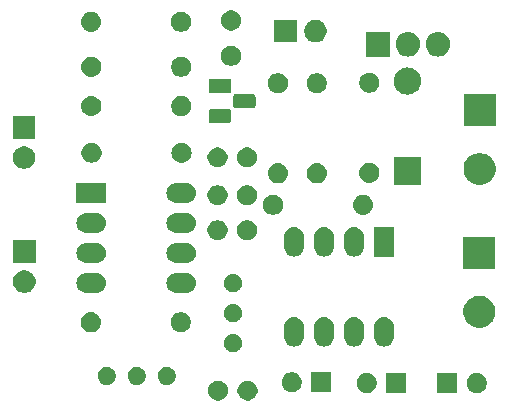
<source format=gbr>
G04 #@! TF.GenerationSoftware,KiCad,Pcbnew,(5.1.4)-1*
G04 #@! TF.CreationDate,2020-06-25T18:26:57+05:30*
G04 #@! TF.ProjectId,v1.0,76312e30-2e6b-4696-9361-645f70636258,rev?*
G04 #@! TF.SameCoordinates,Original*
G04 #@! TF.FileFunction,Soldermask,Bot*
G04 #@! TF.FilePolarity,Negative*
%FSLAX46Y46*%
G04 Gerber Fmt 4.6, Leading zero omitted, Abs format (unit mm)*
G04 Created by KiCad (PCBNEW (5.1.4)-1) date 2020-06-25 18:26:57*
%MOMM*%
%LPD*%
G04 APERTURE LIST*
%ADD10C,0.100000*%
G04 APERTURE END LIST*
D10*
G36*
X108058228Y-149741703D02*
G01*
X108213100Y-149805853D01*
X108352481Y-149898985D01*
X108471015Y-150017519D01*
X108564147Y-150156900D01*
X108628297Y-150311772D01*
X108661000Y-150476184D01*
X108661000Y-150643816D01*
X108628297Y-150808228D01*
X108564147Y-150963100D01*
X108471015Y-151102481D01*
X108352481Y-151221015D01*
X108213100Y-151314147D01*
X108058228Y-151378297D01*
X107893816Y-151411000D01*
X107726184Y-151411000D01*
X107561772Y-151378297D01*
X107406900Y-151314147D01*
X107267519Y-151221015D01*
X107148985Y-151102481D01*
X107055853Y-150963100D01*
X106991703Y-150808228D01*
X106959000Y-150643816D01*
X106959000Y-150476184D01*
X106991703Y-150311772D01*
X107055853Y-150156900D01*
X107148985Y-150017519D01*
X107267519Y-149898985D01*
X107406900Y-149805853D01*
X107561772Y-149741703D01*
X107726184Y-149709000D01*
X107893816Y-149709000D01*
X108058228Y-149741703D01*
X108058228Y-149741703D01*
G37*
G36*
X105558228Y-149741703D02*
G01*
X105713100Y-149805853D01*
X105852481Y-149898985D01*
X105971015Y-150017519D01*
X106064147Y-150156900D01*
X106128297Y-150311772D01*
X106161000Y-150476184D01*
X106161000Y-150643816D01*
X106128297Y-150808228D01*
X106064147Y-150963100D01*
X105971015Y-151102481D01*
X105852481Y-151221015D01*
X105713100Y-151314147D01*
X105558228Y-151378297D01*
X105393816Y-151411000D01*
X105226184Y-151411000D01*
X105061772Y-151378297D01*
X104906900Y-151314147D01*
X104767519Y-151221015D01*
X104648985Y-151102481D01*
X104555853Y-150963100D01*
X104491703Y-150808228D01*
X104459000Y-150643816D01*
X104459000Y-150476184D01*
X104491703Y-150311772D01*
X104555853Y-150156900D01*
X104648985Y-150017519D01*
X104767519Y-149898985D01*
X104906900Y-149805853D01*
X105061772Y-149741703D01*
X105226184Y-149709000D01*
X105393816Y-149709000D01*
X105558228Y-149741703D01*
X105558228Y-149741703D01*
G37*
G36*
X125565000Y-150781000D02*
G01*
X123863000Y-150781000D01*
X123863000Y-149079000D01*
X125565000Y-149079000D01*
X125565000Y-150781000D01*
X125565000Y-150781000D01*
G37*
G36*
X127462228Y-149111703D02*
G01*
X127617100Y-149175853D01*
X127756481Y-149268985D01*
X127875015Y-149387519D01*
X127968147Y-149526900D01*
X128032297Y-149681772D01*
X128065000Y-149846184D01*
X128065000Y-150013816D01*
X128032297Y-150178228D01*
X127968147Y-150333100D01*
X127875015Y-150472481D01*
X127756481Y-150591015D01*
X127617100Y-150684147D01*
X127462228Y-150748297D01*
X127297816Y-150781000D01*
X127130184Y-150781000D01*
X126965772Y-150748297D01*
X126810900Y-150684147D01*
X126671519Y-150591015D01*
X126552985Y-150472481D01*
X126459853Y-150333100D01*
X126395703Y-150178228D01*
X126363000Y-150013816D01*
X126363000Y-149846184D01*
X126395703Y-149681772D01*
X126459853Y-149526900D01*
X126552985Y-149387519D01*
X126671519Y-149268985D01*
X126810900Y-149175853D01*
X126965772Y-149111703D01*
X127130184Y-149079000D01*
X127297816Y-149079000D01*
X127462228Y-149111703D01*
X127462228Y-149111703D01*
G37*
G36*
X118144228Y-149101703D02*
G01*
X118299100Y-149165853D01*
X118438481Y-149258985D01*
X118557015Y-149377519D01*
X118650147Y-149516900D01*
X118714297Y-149671772D01*
X118747000Y-149836184D01*
X118747000Y-150003816D01*
X118714297Y-150168228D01*
X118650147Y-150323100D01*
X118557015Y-150462481D01*
X118438481Y-150581015D01*
X118299100Y-150674147D01*
X118144228Y-150738297D01*
X117979816Y-150771000D01*
X117812184Y-150771000D01*
X117647772Y-150738297D01*
X117492900Y-150674147D01*
X117353519Y-150581015D01*
X117234985Y-150462481D01*
X117141853Y-150323100D01*
X117077703Y-150168228D01*
X117045000Y-150003816D01*
X117045000Y-149836184D01*
X117077703Y-149671772D01*
X117141853Y-149516900D01*
X117234985Y-149377519D01*
X117353519Y-149258985D01*
X117492900Y-149165853D01*
X117647772Y-149101703D01*
X117812184Y-149069000D01*
X117979816Y-149069000D01*
X118144228Y-149101703D01*
X118144228Y-149101703D01*
G37*
G36*
X121247000Y-150771000D02*
G01*
X119545000Y-150771000D01*
X119545000Y-149069000D01*
X121247000Y-149069000D01*
X121247000Y-150771000D01*
X121247000Y-150771000D01*
G37*
G36*
X111794228Y-149041703D02*
G01*
X111949100Y-149105853D01*
X112088481Y-149198985D01*
X112207015Y-149317519D01*
X112300147Y-149456900D01*
X112364297Y-149611772D01*
X112397000Y-149776184D01*
X112397000Y-149943816D01*
X112364297Y-150108228D01*
X112300147Y-150263100D01*
X112207015Y-150402481D01*
X112088481Y-150521015D01*
X111949100Y-150614147D01*
X111794228Y-150678297D01*
X111629816Y-150711000D01*
X111462184Y-150711000D01*
X111297772Y-150678297D01*
X111142900Y-150614147D01*
X111003519Y-150521015D01*
X110884985Y-150402481D01*
X110791853Y-150263100D01*
X110727703Y-150108228D01*
X110695000Y-149943816D01*
X110695000Y-149776184D01*
X110727703Y-149611772D01*
X110791853Y-149456900D01*
X110884985Y-149317519D01*
X111003519Y-149198985D01*
X111142900Y-149105853D01*
X111297772Y-149041703D01*
X111462184Y-149009000D01*
X111629816Y-149009000D01*
X111794228Y-149041703D01*
X111794228Y-149041703D01*
G37*
G36*
X114897000Y-150711000D02*
G01*
X113195000Y-150711000D01*
X113195000Y-149009000D01*
X114897000Y-149009000D01*
X114897000Y-150711000D01*
X114897000Y-150711000D01*
G37*
G36*
X101085589Y-148548876D02*
G01*
X101184893Y-148568629D01*
X101325206Y-148626748D01*
X101451484Y-148711125D01*
X101558875Y-148818516D01*
X101643252Y-148944794D01*
X101701371Y-149085107D01*
X101717432Y-149165852D01*
X101731000Y-149234062D01*
X101731000Y-149385938D01*
X101730685Y-149387520D01*
X101701371Y-149534893D01*
X101643252Y-149675206D01*
X101558875Y-149801484D01*
X101451484Y-149908875D01*
X101325206Y-149993252D01*
X101184893Y-150051371D01*
X101085589Y-150071124D01*
X101035938Y-150081000D01*
X100884062Y-150081000D01*
X100834411Y-150071124D01*
X100735107Y-150051371D01*
X100594794Y-149993252D01*
X100468516Y-149908875D01*
X100361125Y-149801484D01*
X100276748Y-149675206D01*
X100218629Y-149534893D01*
X100189315Y-149387520D01*
X100189000Y-149385938D01*
X100189000Y-149234062D01*
X100202568Y-149165852D01*
X100218629Y-149085107D01*
X100276748Y-148944794D01*
X100361125Y-148818516D01*
X100468516Y-148711125D01*
X100594794Y-148626748D01*
X100735107Y-148568629D01*
X100834411Y-148548876D01*
X100884062Y-148539000D01*
X101035938Y-148539000D01*
X101085589Y-148548876D01*
X101085589Y-148548876D01*
G37*
G36*
X96005589Y-148548876D02*
G01*
X96104893Y-148568629D01*
X96245206Y-148626748D01*
X96371484Y-148711125D01*
X96478875Y-148818516D01*
X96563252Y-148944794D01*
X96621371Y-149085107D01*
X96637432Y-149165852D01*
X96651000Y-149234062D01*
X96651000Y-149385938D01*
X96650685Y-149387520D01*
X96621371Y-149534893D01*
X96563252Y-149675206D01*
X96478875Y-149801484D01*
X96371484Y-149908875D01*
X96245206Y-149993252D01*
X96104893Y-150051371D01*
X96005589Y-150071124D01*
X95955938Y-150081000D01*
X95804062Y-150081000D01*
X95754411Y-150071124D01*
X95655107Y-150051371D01*
X95514794Y-149993252D01*
X95388516Y-149908875D01*
X95281125Y-149801484D01*
X95196748Y-149675206D01*
X95138629Y-149534893D01*
X95109315Y-149387520D01*
X95109000Y-149385938D01*
X95109000Y-149234062D01*
X95122568Y-149165852D01*
X95138629Y-149085107D01*
X95196748Y-148944794D01*
X95281125Y-148818516D01*
X95388516Y-148711125D01*
X95514794Y-148626748D01*
X95655107Y-148568629D01*
X95754411Y-148548876D01*
X95804062Y-148539000D01*
X95955938Y-148539000D01*
X96005589Y-148548876D01*
X96005589Y-148548876D01*
G37*
G36*
X98545589Y-148548876D02*
G01*
X98644893Y-148568629D01*
X98785206Y-148626748D01*
X98911484Y-148711125D01*
X99018875Y-148818516D01*
X99103252Y-148944794D01*
X99161371Y-149085107D01*
X99177432Y-149165852D01*
X99191000Y-149234062D01*
X99191000Y-149385938D01*
X99190685Y-149387520D01*
X99161371Y-149534893D01*
X99103252Y-149675206D01*
X99018875Y-149801484D01*
X98911484Y-149908875D01*
X98785206Y-149993252D01*
X98644893Y-150051371D01*
X98545589Y-150071124D01*
X98495938Y-150081000D01*
X98344062Y-150081000D01*
X98294411Y-150071124D01*
X98195107Y-150051371D01*
X98054794Y-149993252D01*
X97928516Y-149908875D01*
X97821125Y-149801484D01*
X97736748Y-149675206D01*
X97678629Y-149534893D01*
X97649315Y-149387520D01*
X97649000Y-149385938D01*
X97649000Y-149234062D01*
X97662568Y-149165852D01*
X97678629Y-149085107D01*
X97736748Y-148944794D01*
X97821125Y-148818516D01*
X97928516Y-148711125D01*
X98054794Y-148626748D01*
X98195107Y-148568629D01*
X98294411Y-148548876D01*
X98344062Y-148539000D01*
X98495938Y-148539000D01*
X98545589Y-148548876D01*
X98545589Y-148548876D01*
G37*
G36*
X106705589Y-145758876D02*
G01*
X106804893Y-145778629D01*
X106945206Y-145836748D01*
X107071484Y-145921125D01*
X107178875Y-146028516D01*
X107263252Y-146154794D01*
X107321371Y-146295107D01*
X107351000Y-146444063D01*
X107351000Y-146595937D01*
X107321371Y-146744893D01*
X107263252Y-146885206D01*
X107178875Y-147011484D01*
X107071484Y-147118875D01*
X106945206Y-147203252D01*
X106804893Y-147261371D01*
X106705589Y-147281124D01*
X106655938Y-147291000D01*
X106504062Y-147291000D01*
X106454411Y-147281124D01*
X106355107Y-147261371D01*
X106214794Y-147203252D01*
X106088516Y-147118875D01*
X105981125Y-147011484D01*
X105896748Y-146885206D01*
X105838629Y-146744893D01*
X105809000Y-146595937D01*
X105809000Y-146444063D01*
X105838629Y-146295107D01*
X105896748Y-146154794D01*
X105981125Y-146028516D01*
X106088516Y-145921125D01*
X106214794Y-145836748D01*
X106355107Y-145778629D01*
X106454411Y-145758876D01*
X106504062Y-145749000D01*
X106655938Y-145749000D01*
X106705589Y-145758876D01*
X106705589Y-145758876D01*
G37*
G36*
X111906823Y-144341313D02*
G01*
X112067242Y-144389976D01*
X112199906Y-144460886D01*
X112215078Y-144468996D01*
X112344659Y-144575341D01*
X112451004Y-144704922D01*
X112451005Y-144704924D01*
X112530024Y-144852758D01*
X112578687Y-145013178D01*
X112591000Y-145138197D01*
X112591000Y-146021804D01*
X112578687Y-146146823D01*
X112530024Y-146307242D01*
X112459114Y-146439906D01*
X112451004Y-146455078D01*
X112344659Y-146584659D01*
X112215077Y-146691005D01*
X112067241Y-146770024D01*
X111906822Y-146818687D01*
X111740000Y-146835117D01*
X111573177Y-146818687D01*
X111412758Y-146770024D01*
X111264924Y-146691005D01*
X111264922Y-146691004D01*
X111135341Y-146584659D01*
X111028995Y-146455077D01*
X110949976Y-146307241D01*
X110901313Y-146146822D01*
X110889000Y-146021803D01*
X110889000Y-145138197D01*
X110901314Y-145013177D01*
X110949977Y-144852758D01*
X111028996Y-144704924D01*
X111028997Y-144704922D01*
X111135342Y-144575341D01*
X111264923Y-144468996D01*
X111280095Y-144460886D01*
X111412759Y-144389976D01*
X111573178Y-144341313D01*
X111740000Y-144324883D01*
X111906823Y-144341313D01*
X111906823Y-144341313D01*
G37*
G36*
X114446823Y-144341313D02*
G01*
X114607242Y-144389976D01*
X114739906Y-144460886D01*
X114755078Y-144468996D01*
X114884659Y-144575341D01*
X114991004Y-144704922D01*
X114991005Y-144704924D01*
X115070024Y-144852758D01*
X115118687Y-145013178D01*
X115131000Y-145138197D01*
X115131000Y-146021804D01*
X115118687Y-146146823D01*
X115070024Y-146307242D01*
X114999114Y-146439906D01*
X114991004Y-146455078D01*
X114884659Y-146584659D01*
X114755077Y-146691005D01*
X114607241Y-146770024D01*
X114446822Y-146818687D01*
X114280000Y-146835117D01*
X114113177Y-146818687D01*
X113952758Y-146770024D01*
X113804924Y-146691005D01*
X113804922Y-146691004D01*
X113675341Y-146584659D01*
X113568995Y-146455077D01*
X113489976Y-146307241D01*
X113441313Y-146146822D01*
X113429000Y-146021803D01*
X113429000Y-145138197D01*
X113441314Y-145013177D01*
X113489977Y-144852758D01*
X113568996Y-144704924D01*
X113568997Y-144704922D01*
X113675342Y-144575341D01*
X113804923Y-144468996D01*
X113820095Y-144460886D01*
X113952759Y-144389976D01*
X114113178Y-144341313D01*
X114280000Y-144324883D01*
X114446823Y-144341313D01*
X114446823Y-144341313D01*
G37*
G36*
X116986823Y-144341313D02*
G01*
X117147242Y-144389976D01*
X117279906Y-144460886D01*
X117295078Y-144468996D01*
X117424659Y-144575341D01*
X117531004Y-144704922D01*
X117531005Y-144704924D01*
X117610024Y-144852758D01*
X117658687Y-145013178D01*
X117671000Y-145138197D01*
X117671000Y-146021804D01*
X117658687Y-146146823D01*
X117610024Y-146307242D01*
X117539114Y-146439906D01*
X117531004Y-146455078D01*
X117424659Y-146584659D01*
X117295077Y-146691005D01*
X117147241Y-146770024D01*
X116986822Y-146818687D01*
X116820000Y-146835117D01*
X116653177Y-146818687D01*
X116492758Y-146770024D01*
X116344924Y-146691005D01*
X116344922Y-146691004D01*
X116215341Y-146584659D01*
X116108995Y-146455077D01*
X116029976Y-146307241D01*
X115981313Y-146146822D01*
X115969000Y-146021803D01*
X115969000Y-145138197D01*
X115981314Y-145013177D01*
X116029977Y-144852758D01*
X116108996Y-144704924D01*
X116108997Y-144704922D01*
X116215342Y-144575341D01*
X116344923Y-144468996D01*
X116360095Y-144460886D01*
X116492759Y-144389976D01*
X116653178Y-144341313D01*
X116820000Y-144324883D01*
X116986823Y-144341313D01*
X116986823Y-144341313D01*
G37*
G36*
X119526823Y-144341313D02*
G01*
X119687242Y-144389976D01*
X119819906Y-144460886D01*
X119835078Y-144468996D01*
X119964659Y-144575341D01*
X120071004Y-144704922D01*
X120071005Y-144704924D01*
X120150024Y-144852758D01*
X120198687Y-145013178D01*
X120211000Y-145138197D01*
X120211000Y-146021804D01*
X120198687Y-146146823D01*
X120150024Y-146307242D01*
X120079114Y-146439906D01*
X120071004Y-146455078D01*
X119964659Y-146584659D01*
X119835077Y-146691005D01*
X119687241Y-146770024D01*
X119526822Y-146818687D01*
X119360000Y-146835117D01*
X119193177Y-146818687D01*
X119032758Y-146770024D01*
X118884924Y-146691005D01*
X118884922Y-146691004D01*
X118755341Y-146584659D01*
X118648995Y-146455077D01*
X118569976Y-146307241D01*
X118521313Y-146146822D01*
X118509000Y-146021803D01*
X118509000Y-145138197D01*
X118521314Y-145013177D01*
X118569977Y-144852758D01*
X118648996Y-144704924D01*
X118648997Y-144704922D01*
X118755342Y-144575341D01*
X118884923Y-144468996D01*
X118900095Y-144460886D01*
X119032759Y-144389976D01*
X119193178Y-144341313D01*
X119360000Y-144324883D01*
X119526823Y-144341313D01*
X119526823Y-144341313D01*
G37*
G36*
X102398228Y-143951703D02*
G01*
X102553100Y-144015853D01*
X102692481Y-144108985D01*
X102811015Y-144227519D01*
X102904147Y-144366900D01*
X102968297Y-144521772D01*
X103001000Y-144686184D01*
X103001000Y-144853816D01*
X102968297Y-145018228D01*
X102904147Y-145173100D01*
X102811015Y-145312481D01*
X102692481Y-145431015D01*
X102553100Y-145524147D01*
X102398228Y-145588297D01*
X102233816Y-145621000D01*
X102066184Y-145621000D01*
X101901772Y-145588297D01*
X101746900Y-145524147D01*
X101607519Y-145431015D01*
X101488985Y-145312481D01*
X101395853Y-145173100D01*
X101331703Y-145018228D01*
X101299000Y-144853816D01*
X101299000Y-144686184D01*
X101331703Y-144521772D01*
X101395853Y-144366900D01*
X101488985Y-144227519D01*
X101607519Y-144108985D01*
X101746900Y-144015853D01*
X101901772Y-143951703D01*
X102066184Y-143919000D01*
X102233816Y-143919000D01*
X102398228Y-143951703D01*
X102398228Y-143951703D01*
G37*
G36*
X94696823Y-143931313D02*
G01*
X94857242Y-143979976D01*
X94924361Y-144015852D01*
X95005078Y-144058996D01*
X95134659Y-144165341D01*
X95241004Y-144294922D01*
X95241005Y-144294924D01*
X95320024Y-144442758D01*
X95368687Y-144603177D01*
X95385117Y-144770000D01*
X95368687Y-144936823D01*
X95329083Y-145067380D01*
X95323058Y-145087242D01*
X95320024Y-145097242D01*
X95279477Y-145173100D01*
X95241004Y-145245078D01*
X95134659Y-145374659D01*
X95005078Y-145481004D01*
X95005076Y-145481005D01*
X94857242Y-145560024D01*
X94696823Y-145608687D01*
X94571804Y-145621000D01*
X94488196Y-145621000D01*
X94363177Y-145608687D01*
X94202758Y-145560024D01*
X94054924Y-145481005D01*
X94054922Y-145481004D01*
X93925341Y-145374659D01*
X93818996Y-145245078D01*
X93780523Y-145173100D01*
X93739976Y-145097242D01*
X93736943Y-145087242D01*
X93730917Y-145067380D01*
X93691313Y-144936823D01*
X93674883Y-144770000D01*
X93691313Y-144603177D01*
X93739976Y-144442758D01*
X93818995Y-144294924D01*
X93818996Y-144294922D01*
X93925341Y-144165341D01*
X94054922Y-144058996D01*
X94135639Y-144015852D01*
X94202758Y-143979976D01*
X94363177Y-143931313D01*
X94488196Y-143919000D01*
X94571804Y-143919000D01*
X94696823Y-143931313D01*
X94696823Y-143931313D01*
G37*
G36*
X127824072Y-142590918D02*
G01*
X128069939Y-142692759D01*
X128291212Y-142840610D01*
X128479390Y-143028788D01*
X128599805Y-143209000D01*
X128627242Y-143250063D01*
X128729082Y-143495928D01*
X128781000Y-143756937D01*
X128781000Y-144023063D01*
X128729082Y-144284072D01*
X128663353Y-144442758D01*
X128627241Y-144529939D01*
X128552813Y-144641328D01*
X128499330Y-144721371D01*
X128479390Y-144751212D01*
X128291212Y-144939390D01*
X128069939Y-145087241D01*
X128069938Y-145087242D01*
X128069937Y-145087242D01*
X127824072Y-145189082D01*
X127563063Y-145241000D01*
X127296937Y-145241000D01*
X127035928Y-145189082D01*
X126790063Y-145087242D01*
X126790062Y-145087242D01*
X126790061Y-145087241D01*
X126568788Y-144939390D01*
X126380610Y-144751212D01*
X126360671Y-144721371D01*
X126307187Y-144641328D01*
X126232759Y-144529939D01*
X126196648Y-144442758D01*
X126130918Y-144284072D01*
X126079000Y-144023063D01*
X126079000Y-143756937D01*
X126130918Y-143495928D01*
X126232758Y-143250063D01*
X126260196Y-143209000D01*
X126380610Y-143028788D01*
X126568788Y-142840610D01*
X126790061Y-142692759D01*
X127035928Y-142590918D01*
X127296937Y-142539000D01*
X127563063Y-142539000D01*
X127824072Y-142590918D01*
X127824072Y-142590918D01*
G37*
G36*
X106705589Y-143218876D02*
G01*
X106804893Y-143238629D01*
X106945206Y-143296748D01*
X107071484Y-143381125D01*
X107178875Y-143488516D01*
X107263252Y-143614794D01*
X107321371Y-143755107D01*
X107351000Y-143904063D01*
X107351000Y-144055937D01*
X107321371Y-144204893D01*
X107263252Y-144345206D01*
X107178875Y-144471484D01*
X107071484Y-144578875D01*
X106945206Y-144663252D01*
X106804893Y-144721371D01*
X106705589Y-144741124D01*
X106655938Y-144751000D01*
X106504062Y-144751000D01*
X106454411Y-144741124D01*
X106355107Y-144721371D01*
X106214794Y-144663252D01*
X106088516Y-144578875D01*
X105981125Y-144471484D01*
X105896748Y-144345206D01*
X105838629Y-144204893D01*
X105809000Y-144055937D01*
X105809000Y-143904063D01*
X105838629Y-143755107D01*
X105896748Y-143614794D01*
X105981125Y-143488516D01*
X106088516Y-143381125D01*
X106214794Y-143296748D01*
X106355107Y-143238629D01*
X106454411Y-143218876D01*
X106504062Y-143209000D01*
X106655938Y-143209000D01*
X106705589Y-143218876D01*
X106705589Y-143218876D01*
G37*
G36*
X95146823Y-140611313D02*
G01*
X95307242Y-140659976D01*
X95426598Y-140723773D01*
X95455078Y-140738996D01*
X95584659Y-140845341D01*
X95691004Y-140974922D01*
X95691005Y-140974924D01*
X95770024Y-141122758D01*
X95818687Y-141283177D01*
X95835117Y-141450000D01*
X95818687Y-141616823D01*
X95770024Y-141777242D01*
X95699114Y-141909906D01*
X95691004Y-141925078D01*
X95584659Y-142054659D01*
X95455078Y-142161004D01*
X95455076Y-142161005D01*
X95307242Y-142240024D01*
X95307239Y-142240025D01*
X95277380Y-142249083D01*
X95146823Y-142288687D01*
X95021804Y-142301000D01*
X94138196Y-142301000D01*
X94013177Y-142288687D01*
X93882620Y-142249083D01*
X93852761Y-142240025D01*
X93852758Y-142240024D01*
X93704924Y-142161005D01*
X93704922Y-142161004D01*
X93575341Y-142054659D01*
X93468996Y-141925078D01*
X93460886Y-141909906D01*
X93389976Y-141777242D01*
X93341313Y-141616823D01*
X93324883Y-141450000D01*
X93341313Y-141283177D01*
X93389976Y-141122758D01*
X93468995Y-140974924D01*
X93468996Y-140974922D01*
X93575341Y-140845341D01*
X93704922Y-140738996D01*
X93733402Y-140723773D01*
X93852758Y-140659976D01*
X94013177Y-140611313D01*
X94138196Y-140599000D01*
X95021804Y-140599000D01*
X95146823Y-140611313D01*
X95146823Y-140611313D01*
G37*
G36*
X102766823Y-140611313D02*
G01*
X102927242Y-140659976D01*
X103046598Y-140723773D01*
X103075078Y-140738996D01*
X103204659Y-140845341D01*
X103311004Y-140974922D01*
X103311005Y-140974924D01*
X103390024Y-141122758D01*
X103438687Y-141283177D01*
X103455117Y-141450000D01*
X103438687Y-141616823D01*
X103390024Y-141777242D01*
X103319114Y-141909906D01*
X103311004Y-141925078D01*
X103204659Y-142054659D01*
X103075078Y-142161004D01*
X103075076Y-142161005D01*
X102927242Y-142240024D01*
X102927239Y-142240025D01*
X102897380Y-142249083D01*
X102766823Y-142288687D01*
X102641804Y-142301000D01*
X101758196Y-142301000D01*
X101633177Y-142288687D01*
X101502620Y-142249083D01*
X101472761Y-142240025D01*
X101472758Y-142240024D01*
X101324924Y-142161005D01*
X101324922Y-142161004D01*
X101195341Y-142054659D01*
X101088996Y-141925078D01*
X101080886Y-141909906D01*
X101009976Y-141777242D01*
X100961313Y-141616823D01*
X100944883Y-141450000D01*
X100961313Y-141283177D01*
X101009976Y-141122758D01*
X101088995Y-140974924D01*
X101088996Y-140974922D01*
X101195341Y-140845341D01*
X101324922Y-140738996D01*
X101353402Y-140723773D01*
X101472758Y-140659976D01*
X101633177Y-140611313D01*
X101758196Y-140599000D01*
X102641804Y-140599000D01*
X102766823Y-140611313D01*
X102766823Y-140611313D01*
G37*
G36*
X89187395Y-140415546D02*
G01*
X89360466Y-140487234D01*
X89360467Y-140487235D01*
X89516227Y-140591310D01*
X89648690Y-140723773D01*
X89670723Y-140756748D01*
X89752766Y-140879534D01*
X89824454Y-141052605D01*
X89861000Y-141236333D01*
X89861000Y-141423667D01*
X89824454Y-141607395D01*
X89752766Y-141780466D01*
X89736235Y-141805206D01*
X89648690Y-141936227D01*
X89516227Y-142068690D01*
X89437818Y-142121081D01*
X89360466Y-142172766D01*
X89187395Y-142244454D01*
X89003667Y-142281000D01*
X88816333Y-142281000D01*
X88632605Y-142244454D01*
X88459534Y-142172766D01*
X88382182Y-142121081D01*
X88303773Y-142068690D01*
X88171310Y-141936227D01*
X88083765Y-141805206D01*
X88067234Y-141780466D01*
X87995546Y-141607395D01*
X87959000Y-141423667D01*
X87959000Y-141236333D01*
X87995546Y-141052605D01*
X88067234Y-140879534D01*
X88149277Y-140756748D01*
X88171310Y-140723773D01*
X88303773Y-140591310D01*
X88459533Y-140487235D01*
X88459534Y-140487234D01*
X88632605Y-140415546D01*
X88816333Y-140379000D01*
X89003667Y-140379000D01*
X89187395Y-140415546D01*
X89187395Y-140415546D01*
G37*
G36*
X106705589Y-140678876D02*
G01*
X106804893Y-140698629D01*
X106945206Y-140756748D01*
X107071484Y-140841125D01*
X107178875Y-140948516D01*
X107263252Y-141074794D01*
X107321371Y-141215107D01*
X107351000Y-141364063D01*
X107351000Y-141515937D01*
X107321371Y-141664893D01*
X107263252Y-141805206D01*
X107178875Y-141931484D01*
X107071484Y-142038875D01*
X106945206Y-142123252D01*
X106804893Y-142181371D01*
X106705589Y-142201124D01*
X106655938Y-142211000D01*
X106504062Y-142211000D01*
X106454411Y-142201124D01*
X106355107Y-142181371D01*
X106214794Y-142123252D01*
X106088516Y-142038875D01*
X105981125Y-141931484D01*
X105896748Y-141805206D01*
X105838629Y-141664893D01*
X105809000Y-141515937D01*
X105809000Y-141364063D01*
X105838629Y-141215107D01*
X105896748Y-141074794D01*
X105981125Y-140948516D01*
X106088516Y-140841125D01*
X106214794Y-140756748D01*
X106355107Y-140698629D01*
X106454411Y-140678876D01*
X106504062Y-140669000D01*
X106655938Y-140669000D01*
X106705589Y-140678876D01*
X106705589Y-140678876D01*
G37*
G36*
X128781000Y-140241000D02*
G01*
X126079000Y-140241000D01*
X126079000Y-137539000D01*
X128781000Y-137539000D01*
X128781000Y-140241000D01*
X128781000Y-140241000D01*
G37*
G36*
X102766823Y-138071313D02*
G01*
X102927242Y-138119976D01*
X103059906Y-138190886D01*
X103075078Y-138198996D01*
X103204659Y-138305341D01*
X103311004Y-138434922D01*
X103311005Y-138434924D01*
X103390024Y-138582758D01*
X103438687Y-138743177D01*
X103455117Y-138910000D01*
X103438687Y-139076823D01*
X103416481Y-139150025D01*
X103397985Y-139211000D01*
X103390024Y-139237242D01*
X103319114Y-139369906D01*
X103311004Y-139385078D01*
X103204659Y-139514659D01*
X103075078Y-139621004D01*
X103075076Y-139621005D01*
X102927242Y-139700024D01*
X102766823Y-139748687D01*
X102641804Y-139761000D01*
X101758196Y-139761000D01*
X101633177Y-139748687D01*
X101472758Y-139700024D01*
X101324924Y-139621005D01*
X101324922Y-139621004D01*
X101195341Y-139514659D01*
X101088996Y-139385078D01*
X101080886Y-139369906D01*
X101009976Y-139237242D01*
X101002016Y-139211000D01*
X100983519Y-139150025D01*
X100961313Y-139076823D01*
X100944883Y-138910000D01*
X100961313Y-138743177D01*
X101009976Y-138582758D01*
X101088995Y-138434924D01*
X101088996Y-138434922D01*
X101195341Y-138305341D01*
X101324922Y-138198996D01*
X101340094Y-138190886D01*
X101472758Y-138119976D01*
X101633177Y-138071313D01*
X101758196Y-138059000D01*
X102641804Y-138059000D01*
X102766823Y-138071313D01*
X102766823Y-138071313D01*
G37*
G36*
X95146823Y-138071313D02*
G01*
X95307242Y-138119976D01*
X95439906Y-138190886D01*
X95455078Y-138198996D01*
X95584659Y-138305341D01*
X95691004Y-138434922D01*
X95691005Y-138434924D01*
X95770024Y-138582758D01*
X95818687Y-138743177D01*
X95835117Y-138910000D01*
X95818687Y-139076823D01*
X95796481Y-139150025D01*
X95777985Y-139211000D01*
X95770024Y-139237242D01*
X95699114Y-139369906D01*
X95691004Y-139385078D01*
X95584659Y-139514659D01*
X95455078Y-139621004D01*
X95455076Y-139621005D01*
X95307242Y-139700024D01*
X95146823Y-139748687D01*
X95021804Y-139761000D01*
X94138196Y-139761000D01*
X94013177Y-139748687D01*
X93852758Y-139700024D01*
X93704924Y-139621005D01*
X93704922Y-139621004D01*
X93575341Y-139514659D01*
X93468996Y-139385078D01*
X93460886Y-139369906D01*
X93389976Y-139237242D01*
X93382016Y-139211000D01*
X93363519Y-139150025D01*
X93341313Y-139076823D01*
X93324883Y-138910000D01*
X93341313Y-138743177D01*
X93389976Y-138582758D01*
X93468995Y-138434924D01*
X93468996Y-138434922D01*
X93575341Y-138305341D01*
X93704922Y-138198996D01*
X93720094Y-138190886D01*
X93852758Y-138119976D01*
X94013177Y-138071313D01*
X94138196Y-138059000D01*
X95021804Y-138059000D01*
X95146823Y-138071313D01*
X95146823Y-138071313D01*
G37*
G36*
X89861000Y-139741000D02*
G01*
X87959000Y-139741000D01*
X87959000Y-137839000D01*
X89861000Y-137839000D01*
X89861000Y-139741000D01*
X89861000Y-139741000D01*
G37*
G36*
X114446823Y-136721313D02*
G01*
X114607242Y-136769976D01*
X114739906Y-136840886D01*
X114755078Y-136848996D01*
X114884659Y-136955341D01*
X114991004Y-137084922D01*
X114991005Y-137084924D01*
X115070024Y-137232758D01*
X115118687Y-137393178D01*
X115131000Y-137518197D01*
X115131000Y-138401804D01*
X115118687Y-138526823D01*
X115070024Y-138687242D01*
X115040127Y-138743175D01*
X114991004Y-138835078D01*
X114884659Y-138964659D01*
X114755077Y-139071005D01*
X114607241Y-139150024D01*
X114446822Y-139198687D01*
X114280000Y-139215117D01*
X114113177Y-139198687D01*
X113952758Y-139150024D01*
X113804924Y-139071005D01*
X113804922Y-139071004D01*
X113675341Y-138964659D01*
X113568995Y-138835077D01*
X113489976Y-138687241D01*
X113441313Y-138526822D01*
X113429000Y-138401803D01*
X113429000Y-137518197D01*
X113441314Y-137393177D01*
X113489977Y-137232758D01*
X113568996Y-137084924D01*
X113568997Y-137084922D01*
X113675342Y-136955341D01*
X113804923Y-136848996D01*
X113820095Y-136840886D01*
X113952759Y-136769976D01*
X114113178Y-136721313D01*
X114280000Y-136704883D01*
X114446823Y-136721313D01*
X114446823Y-136721313D01*
G37*
G36*
X116986823Y-136721313D02*
G01*
X117147242Y-136769976D01*
X117279906Y-136840886D01*
X117295078Y-136848996D01*
X117424659Y-136955341D01*
X117531004Y-137084922D01*
X117531005Y-137084924D01*
X117610024Y-137232758D01*
X117658687Y-137393178D01*
X117671000Y-137518197D01*
X117671000Y-138401804D01*
X117658687Y-138526823D01*
X117610024Y-138687242D01*
X117580127Y-138743175D01*
X117531004Y-138835078D01*
X117424659Y-138964659D01*
X117295077Y-139071005D01*
X117147241Y-139150024D01*
X116986822Y-139198687D01*
X116820000Y-139215117D01*
X116653177Y-139198687D01*
X116492758Y-139150024D01*
X116344924Y-139071005D01*
X116344922Y-139071004D01*
X116215341Y-138964659D01*
X116108995Y-138835077D01*
X116029976Y-138687241D01*
X115981313Y-138526822D01*
X115969000Y-138401803D01*
X115969000Y-137518197D01*
X115981314Y-137393177D01*
X116029977Y-137232758D01*
X116108996Y-137084924D01*
X116108997Y-137084922D01*
X116215342Y-136955341D01*
X116344923Y-136848996D01*
X116360095Y-136840886D01*
X116492759Y-136769976D01*
X116653178Y-136721313D01*
X116820000Y-136704883D01*
X116986823Y-136721313D01*
X116986823Y-136721313D01*
G37*
G36*
X111906823Y-136721313D02*
G01*
X112067242Y-136769976D01*
X112199906Y-136840886D01*
X112215078Y-136848996D01*
X112344659Y-136955341D01*
X112451004Y-137084922D01*
X112451005Y-137084924D01*
X112530024Y-137232758D01*
X112578687Y-137393178D01*
X112591000Y-137518197D01*
X112591000Y-138401804D01*
X112578687Y-138526823D01*
X112530024Y-138687242D01*
X112500127Y-138743175D01*
X112451004Y-138835078D01*
X112344659Y-138964659D01*
X112215077Y-139071005D01*
X112067241Y-139150024D01*
X111906822Y-139198687D01*
X111740000Y-139215117D01*
X111573177Y-139198687D01*
X111412758Y-139150024D01*
X111264924Y-139071005D01*
X111264922Y-139071004D01*
X111135341Y-138964659D01*
X111028995Y-138835077D01*
X110949976Y-138687241D01*
X110901313Y-138526822D01*
X110889000Y-138401803D01*
X110889000Y-137518197D01*
X110901314Y-137393177D01*
X110949977Y-137232758D01*
X111028996Y-137084924D01*
X111028997Y-137084922D01*
X111135342Y-136955341D01*
X111264923Y-136848996D01*
X111280095Y-136840886D01*
X111412759Y-136769976D01*
X111573178Y-136721313D01*
X111740000Y-136704883D01*
X111906823Y-136721313D01*
X111906823Y-136721313D01*
G37*
G36*
X120211000Y-139211000D02*
G01*
X118509000Y-139211000D01*
X118509000Y-136709000D01*
X120211000Y-136709000D01*
X120211000Y-139211000D01*
X120211000Y-139211000D01*
G37*
G36*
X108018228Y-136161703D02*
G01*
X108173100Y-136225853D01*
X108312481Y-136318985D01*
X108431015Y-136437519D01*
X108524147Y-136576900D01*
X108588297Y-136731772D01*
X108621000Y-136896184D01*
X108621000Y-137063816D01*
X108588297Y-137228228D01*
X108524147Y-137383100D01*
X108431015Y-137522481D01*
X108312481Y-137641015D01*
X108173100Y-137734147D01*
X108018228Y-137798297D01*
X107853816Y-137831000D01*
X107686184Y-137831000D01*
X107521772Y-137798297D01*
X107366900Y-137734147D01*
X107227519Y-137641015D01*
X107108985Y-137522481D01*
X107015853Y-137383100D01*
X106951703Y-137228228D01*
X106919000Y-137063816D01*
X106919000Y-136896184D01*
X106951703Y-136731772D01*
X107015853Y-136576900D01*
X107108985Y-136437519D01*
X107227519Y-136318985D01*
X107366900Y-136225853D01*
X107521772Y-136161703D01*
X107686184Y-136129000D01*
X107853816Y-136129000D01*
X108018228Y-136161703D01*
X108018228Y-136161703D01*
G37*
G36*
X105518228Y-136161703D02*
G01*
X105673100Y-136225853D01*
X105812481Y-136318985D01*
X105931015Y-136437519D01*
X106024147Y-136576900D01*
X106088297Y-136731772D01*
X106121000Y-136896184D01*
X106121000Y-137063816D01*
X106088297Y-137228228D01*
X106024147Y-137383100D01*
X105931015Y-137522481D01*
X105812481Y-137641015D01*
X105673100Y-137734147D01*
X105518228Y-137798297D01*
X105353816Y-137831000D01*
X105186184Y-137831000D01*
X105021772Y-137798297D01*
X104866900Y-137734147D01*
X104727519Y-137641015D01*
X104608985Y-137522481D01*
X104515853Y-137383100D01*
X104451703Y-137228228D01*
X104419000Y-137063816D01*
X104419000Y-136896184D01*
X104451703Y-136731772D01*
X104515853Y-136576900D01*
X104608985Y-136437519D01*
X104727519Y-136318985D01*
X104866900Y-136225853D01*
X105021772Y-136161703D01*
X105186184Y-136129000D01*
X105353816Y-136129000D01*
X105518228Y-136161703D01*
X105518228Y-136161703D01*
G37*
G36*
X102766823Y-135531313D02*
G01*
X102927242Y-135579976D01*
X103002166Y-135620024D01*
X103075078Y-135658996D01*
X103204659Y-135765341D01*
X103311004Y-135894922D01*
X103311005Y-135894924D01*
X103390024Y-136042758D01*
X103438687Y-136203177D01*
X103455117Y-136370000D01*
X103438687Y-136536823D01*
X103390024Y-136697242D01*
X103371567Y-136731772D01*
X103311004Y-136845078D01*
X103204659Y-136974659D01*
X103075078Y-137081004D01*
X103075076Y-137081005D01*
X102927242Y-137160024D01*
X102766823Y-137208687D01*
X102641804Y-137221000D01*
X101758196Y-137221000D01*
X101633177Y-137208687D01*
X101472758Y-137160024D01*
X101324924Y-137081005D01*
X101324922Y-137081004D01*
X101195341Y-136974659D01*
X101088996Y-136845078D01*
X101028433Y-136731772D01*
X101009976Y-136697242D01*
X100961313Y-136536823D01*
X100944883Y-136370000D01*
X100961313Y-136203177D01*
X101009976Y-136042758D01*
X101088995Y-135894924D01*
X101088996Y-135894922D01*
X101195341Y-135765341D01*
X101324922Y-135658996D01*
X101397834Y-135620024D01*
X101472758Y-135579976D01*
X101633177Y-135531313D01*
X101758196Y-135519000D01*
X102641804Y-135519000D01*
X102766823Y-135531313D01*
X102766823Y-135531313D01*
G37*
G36*
X95146823Y-135531313D02*
G01*
X95307242Y-135579976D01*
X95382166Y-135620024D01*
X95455078Y-135658996D01*
X95584659Y-135765341D01*
X95691004Y-135894922D01*
X95691005Y-135894924D01*
X95770024Y-136042758D01*
X95818687Y-136203177D01*
X95835117Y-136370000D01*
X95818687Y-136536823D01*
X95770024Y-136697242D01*
X95751567Y-136731772D01*
X95691004Y-136845078D01*
X95584659Y-136974659D01*
X95455078Y-137081004D01*
X95455076Y-137081005D01*
X95307242Y-137160024D01*
X95146823Y-137208687D01*
X95021804Y-137221000D01*
X94138196Y-137221000D01*
X94013177Y-137208687D01*
X93852758Y-137160024D01*
X93704924Y-137081005D01*
X93704922Y-137081004D01*
X93575341Y-136974659D01*
X93468996Y-136845078D01*
X93408433Y-136731772D01*
X93389976Y-136697242D01*
X93341313Y-136536823D01*
X93324883Y-136370000D01*
X93341313Y-136203177D01*
X93389976Y-136042758D01*
X93468995Y-135894924D01*
X93468996Y-135894922D01*
X93575341Y-135765341D01*
X93704922Y-135658996D01*
X93777834Y-135620024D01*
X93852758Y-135579976D01*
X94013177Y-135531313D01*
X94138196Y-135519000D01*
X95021804Y-135519000D01*
X95146823Y-135531313D01*
X95146823Y-135531313D01*
G37*
G36*
X117756823Y-133991313D02*
G01*
X117917242Y-134039976D01*
X117984361Y-134075852D01*
X118065078Y-134118996D01*
X118194659Y-134225341D01*
X118301004Y-134354922D01*
X118301005Y-134354924D01*
X118380024Y-134502758D01*
X118428687Y-134663177D01*
X118445117Y-134830000D01*
X118428687Y-134996823D01*
X118380024Y-135157242D01*
X118339477Y-135233100D01*
X118301004Y-135305078D01*
X118194659Y-135434659D01*
X118065078Y-135541004D01*
X118065076Y-135541005D01*
X117917242Y-135620024D01*
X117756823Y-135668687D01*
X117631804Y-135681000D01*
X117548196Y-135681000D01*
X117423177Y-135668687D01*
X117262758Y-135620024D01*
X117114924Y-135541005D01*
X117114922Y-135541004D01*
X116985341Y-135434659D01*
X116878996Y-135305078D01*
X116840523Y-135233100D01*
X116799976Y-135157242D01*
X116751313Y-134996823D01*
X116734883Y-134830000D01*
X116751313Y-134663177D01*
X116799976Y-134502758D01*
X116878995Y-134354924D01*
X116878996Y-134354922D01*
X116985341Y-134225341D01*
X117114922Y-134118996D01*
X117195639Y-134075852D01*
X117262758Y-134039976D01*
X117423177Y-133991313D01*
X117548196Y-133979000D01*
X117631804Y-133979000D01*
X117756823Y-133991313D01*
X117756823Y-133991313D01*
G37*
G36*
X110218228Y-134011703D02*
G01*
X110373100Y-134075853D01*
X110512481Y-134168985D01*
X110631015Y-134287519D01*
X110724147Y-134426900D01*
X110788297Y-134581772D01*
X110821000Y-134746184D01*
X110821000Y-134913816D01*
X110788297Y-135078228D01*
X110724147Y-135233100D01*
X110631015Y-135372481D01*
X110512481Y-135491015D01*
X110373100Y-135584147D01*
X110218228Y-135648297D01*
X110053816Y-135681000D01*
X109886184Y-135681000D01*
X109721772Y-135648297D01*
X109566900Y-135584147D01*
X109427519Y-135491015D01*
X109308985Y-135372481D01*
X109215853Y-135233100D01*
X109151703Y-135078228D01*
X109119000Y-134913816D01*
X109119000Y-134746184D01*
X109151703Y-134581772D01*
X109215853Y-134426900D01*
X109308985Y-134287519D01*
X109427519Y-134168985D01*
X109566900Y-134075853D01*
X109721772Y-134011703D01*
X109886184Y-133979000D01*
X110053816Y-133979000D01*
X110218228Y-134011703D01*
X110218228Y-134011703D01*
G37*
G36*
X105518228Y-133201703D02*
G01*
X105673100Y-133265853D01*
X105812481Y-133358985D01*
X105931015Y-133477519D01*
X106024147Y-133616900D01*
X106088297Y-133771772D01*
X106121000Y-133936184D01*
X106121000Y-134103816D01*
X106088297Y-134268228D01*
X106024147Y-134423100D01*
X105931015Y-134562481D01*
X105812481Y-134681015D01*
X105673100Y-134774147D01*
X105518228Y-134838297D01*
X105353816Y-134871000D01*
X105186184Y-134871000D01*
X105021772Y-134838297D01*
X104866900Y-134774147D01*
X104727519Y-134681015D01*
X104608985Y-134562481D01*
X104515853Y-134423100D01*
X104451703Y-134268228D01*
X104419000Y-134103816D01*
X104419000Y-133936184D01*
X104451703Y-133771772D01*
X104515853Y-133616900D01*
X104608985Y-133477519D01*
X104727519Y-133358985D01*
X104866900Y-133265853D01*
X105021772Y-133201703D01*
X105186184Y-133169000D01*
X105353816Y-133169000D01*
X105518228Y-133201703D01*
X105518228Y-133201703D01*
G37*
G36*
X108018228Y-133201703D02*
G01*
X108173100Y-133265853D01*
X108312481Y-133358985D01*
X108431015Y-133477519D01*
X108524147Y-133616900D01*
X108588297Y-133771772D01*
X108621000Y-133936184D01*
X108621000Y-134103816D01*
X108588297Y-134268228D01*
X108524147Y-134423100D01*
X108431015Y-134562481D01*
X108312481Y-134681015D01*
X108173100Y-134774147D01*
X108018228Y-134838297D01*
X107853816Y-134871000D01*
X107686184Y-134871000D01*
X107521772Y-134838297D01*
X107366900Y-134774147D01*
X107227519Y-134681015D01*
X107108985Y-134562481D01*
X107015853Y-134423100D01*
X106951703Y-134268228D01*
X106919000Y-134103816D01*
X106919000Y-133936184D01*
X106951703Y-133771772D01*
X107015853Y-133616900D01*
X107108985Y-133477519D01*
X107227519Y-133358985D01*
X107366900Y-133265853D01*
X107521772Y-133201703D01*
X107686184Y-133169000D01*
X107853816Y-133169000D01*
X108018228Y-133201703D01*
X108018228Y-133201703D01*
G37*
G36*
X102766823Y-132991313D02*
G01*
X102927242Y-133039976D01*
X103059906Y-133110886D01*
X103075078Y-133118996D01*
X103204659Y-133225341D01*
X103311004Y-133354922D01*
X103311005Y-133354924D01*
X103390024Y-133502758D01*
X103438687Y-133663177D01*
X103455117Y-133830000D01*
X103438687Y-133996823D01*
X103390024Y-134157242D01*
X103383747Y-134168985D01*
X103311004Y-134305078D01*
X103204659Y-134434659D01*
X103075078Y-134541004D01*
X103075076Y-134541005D01*
X102927242Y-134620024D01*
X102766823Y-134668687D01*
X102641804Y-134681000D01*
X101758196Y-134681000D01*
X101633177Y-134668687D01*
X101472758Y-134620024D01*
X101324924Y-134541005D01*
X101324922Y-134541004D01*
X101195341Y-134434659D01*
X101088996Y-134305078D01*
X101016253Y-134168985D01*
X101009976Y-134157242D01*
X100961313Y-133996823D01*
X100944883Y-133830000D01*
X100961313Y-133663177D01*
X101009976Y-133502758D01*
X101088995Y-133354924D01*
X101088996Y-133354922D01*
X101195341Y-133225341D01*
X101324922Y-133118996D01*
X101340094Y-133110886D01*
X101472758Y-133039976D01*
X101633177Y-132991313D01*
X101758196Y-132979000D01*
X102641804Y-132979000D01*
X102766823Y-132991313D01*
X102766823Y-132991313D01*
G37*
G36*
X95831000Y-134681000D02*
G01*
X93329000Y-134681000D01*
X93329000Y-132979000D01*
X95831000Y-132979000D01*
X95831000Y-134681000D01*
X95831000Y-134681000D01*
G37*
G36*
X127854072Y-130490918D02*
G01*
X128049270Y-130571771D01*
X128099939Y-130592759D01*
X128106021Y-130596823D01*
X128314589Y-130736184D01*
X128321212Y-130740610D01*
X128509390Y-130928788D01*
X128602562Y-131068228D01*
X128657242Y-131150063D01*
X128759082Y-131395928D01*
X128811000Y-131656937D01*
X128811000Y-131923063D01*
X128759082Y-132184072D01*
X128657242Y-132429937D01*
X128509391Y-132651211D01*
X128321211Y-132839391D01*
X128230466Y-132900025D01*
X128099939Y-132987241D01*
X128099938Y-132987242D01*
X128099937Y-132987242D01*
X127854072Y-133089082D01*
X127593063Y-133141000D01*
X127326937Y-133141000D01*
X127065928Y-133089082D01*
X126820063Y-132987242D01*
X126820062Y-132987242D01*
X126820061Y-132987241D01*
X126689534Y-132900025D01*
X126598789Y-132839391D01*
X126410609Y-132651211D01*
X126262758Y-132429937D01*
X126160918Y-132184072D01*
X126109000Y-131923063D01*
X126109000Y-131656937D01*
X126160918Y-131395928D01*
X126262758Y-131150063D01*
X126317439Y-131068228D01*
X126410610Y-130928788D01*
X126598788Y-130740610D01*
X126605412Y-130736184D01*
X126813979Y-130596823D01*
X126820061Y-130592759D01*
X126870731Y-130571771D01*
X127065928Y-130490918D01*
X127326937Y-130439000D01*
X127593063Y-130439000D01*
X127854072Y-130490918D01*
X127854072Y-130490918D01*
G37*
G36*
X122481000Y-133121000D02*
G01*
X120179000Y-133121000D01*
X120179000Y-130819000D01*
X122481000Y-130819000D01*
X122481000Y-133121000D01*
X122481000Y-133121000D01*
G37*
G36*
X113836823Y-131321313D02*
G01*
X113997242Y-131369976D01*
X114129906Y-131440886D01*
X114145078Y-131448996D01*
X114274659Y-131555341D01*
X114381004Y-131684922D01*
X114381005Y-131684924D01*
X114460024Y-131832758D01*
X114508687Y-131993177D01*
X114525117Y-132160000D01*
X114508687Y-132326823D01*
X114460024Y-132487242D01*
X114389114Y-132619906D01*
X114381004Y-132635078D01*
X114274659Y-132764659D01*
X114145078Y-132871004D01*
X114145076Y-132871005D01*
X113997242Y-132950024D01*
X113836823Y-132998687D01*
X113711804Y-133011000D01*
X113628196Y-133011000D01*
X113503177Y-132998687D01*
X113342758Y-132950024D01*
X113194924Y-132871005D01*
X113194922Y-132871004D01*
X113065341Y-132764659D01*
X112958996Y-132635078D01*
X112950886Y-132619906D01*
X112879976Y-132487242D01*
X112831313Y-132326823D01*
X112814883Y-132160000D01*
X112831313Y-131993177D01*
X112879976Y-131832758D01*
X112958995Y-131684924D01*
X112958996Y-131684922D01*
X113065341Y-131555341D01*
X113194922Y-131448996D01*
X113210094Y-131440886D01*
X113342758Y-131369976D01*
X113503177Y-131321313D01*
X113628196Y-131309000D01*
X113711804Y-131309000D01*
X113836823Y-131321313D01*
X113836823Y-131321313D01*
G37*
G36*
X110546823Y-131321313D02*
G01*
X110707242Y-131369976D01*
X110839906Y-131440886D01*
X110855078Y-131448996D01*
X110984659Y-131555341D01*
X111091004Y-131684922D01*
X111091005Y-131684924D01*
X111170024Y-131832758D01*
X111218687Y-131993177D01*
X111235117Y-132160000D01*
X111218687Y-132326823D01*
X111170024Y-132487242D01*
X111099114Y-132619906D01*
X111091004Y-132635078D01*
X110984659Y-132764659D01*
X110855078Y-132871004D01*
X110855076Y-132871005D01*
X110707242Y-132950024D01*
X110546823Y-132998687D01*
X110421804Y-133011000D01*
X110338196Y-133011000D01*
X110213177Y-132998687D01*
X110052758Y-132950024D01*
X109904924Y-132871005D01*
X109904922Y-132871004D01*
X109775341Y-132764659D01*
X109668996Y-132635078D01*
X109660886Y-132619906D01*
X109589976Y-132487242D01*
X109541313Y-132326823D01*
X109524883Y-132160000D01*
X109541313Y-131993177D01*
X109589976Y-131832758D01*
X109668995Y-131684924D01*
X109668996Y-131684922D01*
X109775341Y-131555341D01*
X109904922Y-131448996D01*
X109920094Y-131440886D01*
X110052758Y-131369976D01*
X110213177Y-131321313D01*
X110338196Y-131309000D01*
X110421804Y-131309000D01*
X110546823Y-131321313D01*
X110546823Y-131321313D01*
G37*
G36*
X118286823Y-131271313D02*
G01*
X118447242Y-131319976D01*
X118526761Y-131362480D01*
X118595078Y-131398996D01*
X118724659Y-131505341D01*
X118831004Y-131634922D01*
X118831005Y-131634924D01*
X118910024Y-131782758D01*
X118958687Y-131943177D01*
X118975117Y-132110000D01*
X118958687Y-132276823D01*
X118910024Y-132437242D01*
X118883300Y-132487239D01*
X118831004Y-132585078D01*
X118724659Y-132714659D01*
X118595078Y-132821004D01*
X118595076Y-132821005D01*
X118447242Y-132900024D01*
X118286823Y-132948687D01*
X118161804Y-132961000D01*
X118078196Y-132961000D01*
X117953177Y-132948687D01*
X117792758Y-132900024D01*
X117644924Y-132821005D01*
X117644922Y-132821004D01*
X117515341Y-132714659D01*
X117408996Y-132585078D01*
X117356700Y-132487239D01*
X117329976Y-132437242D01*
X117281313Y-132276823D01*
X117264883Y-132110000D01*
X117281313Y-131943177D01*
X117329976Y-131782758D01*
X117408995Y-131634924D01*
X117408996Y-131634922D01*
X117515341Y-131505341D01*
X117644922Y-131398996D01*
X117713239Y-131362480D01*
X117792758Y-131319976D01*
X117953177Y-131271313D01*
X118078196Y-131259000D01*
X118161804Y-131259000D01*
X118286823Y-131271313D01*
X118286823Y-131271313D01*
G37*
G36*
X89157395Y-129925546D02*
G01*
X89330466Y-129997234D01*
X89330467Y-129997235D01*
X89486227Y-130101310D01*
X89618690Y-130233773D01*
X89638337Y-130263177D01*
X89722766Y-130389534D01*
X89794454Y-130562605D01*
X89831000Y-130746333D01*
X89831000Y-130933667D01*
X89794454Y-131117395D01*
X89722766Y-131290466D01*
X89702154Y-131321314D01*
X89618690Y-131446227D01*
X89486227Y-131578690D01*
X89407818Y-131631081D01*
X89330466Y-131682766D01*
X89157395Y-131754454D01*
X88973667Y-131791000D01*
X88786333Y-131791000D01*
X88602605Y-131754454D01*
X88429534Y-131682766D01*
X88352182Y-131631081D01*
X88273773Y-131578690D01*
X88141310Y-131446227D01*
X88057846Y-131321314D01*
X88037234Y-131290466D01*
X87965546Y-131117395D01*
X87929000Y-130933667D01*
X87929000Y-130746333D01*
X87965546Y-130562605D01*
X88037234Y-130389534D01*
X88121663Y-130263177D01*
X88141310Y-130233773D01*
X88273773Y-130101310D01*
X88429533Y-129997235D01*
X88429534Y-129997234D01*
X88602605Y-129925546D01*
X88786333Y-129889000D01*
X88973667Y-129889000D01*
X89157395Y-129925546D01*
X89157395Y-129925546D01*
G37*
G36*
X105518228Y-130001703D02*
G01*
X105673100Y-130065853D01*
X105812481Y-130158985D01*
X105931015Y-130277519D01*
X106024147Y-130416900D01*
X106088297Y-130571772D01*
X106121000Y-130736184D01*
X106121000Y-130903816D01*
X106088297Y-131068228D01*
X106024147Y-131223100D01*
X105931015Y-131362481D01*
X105812481Y-131481015D01*
X105673100Y-131574147D01*
X105518228Y-131638297D01*
X105353816Y-131671000D01*
X105186184Y-131671000D01*
X105021772Y-131638297D01*
X104866900Y-131574147D01*
X104727519Y-131481015D01*
X104608985Y-131362481D01*
X104515853Y-131223100D01*
X104451703Y-131068228D01*
X104419000Y-130903816D01*
X104419000Y-130736184D01*
X104451703Y-130571772D01*
X104515853Y-130416900D01*
X104608985Y-130277519D01*
X104727519Y-130158985D01*
X104866900Y-130065853D01*
X105021772Y-130001703D01*
X105186184Y-129969000D01*
X105353816Y-129969000D01*
X105518228Y-130001703D01*
X105518228Y-130001703D01*
G37*
G36*
X108018228Y-130001703D02*
G01*
X108173100Y-130065853D01*
X108312481Y-130158985D01*
X108431015Y-130277519D01*
X108524147Y-130416900D01*
X108588297Y-130571772D01*
X108621000Y-130736184D01*
X108621000Y-130903816D01*
X108588297Y-131068228D01*
X108524147Y-131223100D01*
X108431015Y-131362481D01*
X108312481Y-131481015D01*
X108173100Y-131574147D01*
X108018228Y-131638297D01*
X107853816Y-131671000D01*
X107686184Y-131671000D01*
X107521772Y-131638297D01*
X107366900Y-131574147D01*
X107227519Y-131481015D01*
X107108985Y-131362481D01*
X107015853Y-131223100D01*
X106951703Y-131068228D01*
X106919000Y-130903816D01*
X106919000Y-130736184D01*
X106951703Y-130571772D01*
X107015853Y-130416900D01*
X107108985Y-130277519D01*
X107227519Y-130158985D01*
X107366900Y-130065853D01*
X107521772Y-130001703D01*
X107686184Y-129969000D01*
X107853816Y-129969000D01*
X108018228Y-130001703D01*
X108018228Y-130001703D01*
G37*
G36*
X102386823Y-129591313D02*
G01*
X102547242Y-129639976D01*
X102614361Y-129675852D01*
X102695078Y-129718996D01*
X102824659Y-129825341D01*
X102931004Y-129954922D01*
X102931005Y-129954924D01*
X103010024Y-130102758D01*
X103058687Y-130263177D01*
X103075117Y-130430000D01*
X103058687Y-130596823D01*
X103010024Y-130757242D01*
X102969477Y-130833100D01*
X102931004Y-130905078D01*
X102824659Y-131034659D01*
X102695078Y-131141004D01*
X102695076Y-131141005D01*
X102547242Y-131220024D01*
X102386823Y-131268687D01*
X102261804Y-131281000D01*
X102178196Y-131281000D01*
X102053177Y-131268687D01*
X101892758Y-131220024D01*
X101744924Y-131141005D01*
X101744922Y-131141004D01*
X101615341Y-131034659D01*
X101508996Y-130905078D01*
X101470523Y-130833100D01*
X101429976Y-130757242D01*
X101381313Y-130596823D01*
X101364883Y-130430000D01*
X101381313Y-130263177D01*
X101429976Y-130102758D01*
X101508995Y-129954924D01*
X101508996Y-129954922D01*
X101615341Y-129825341D01*
X101744922Y-129718996D01*
X101825639Y-129675852D01*
X101892758Y-129639976D01*
X102053177Y-129591313D01*
X102178196Y-129579000D01*
X102261804Y-129579000D01*
X102386823Y-129591313D01*
X102386823Y-129591313D01*
G37*
G36*
X94848228Y-129611703D02*
G01*
X95003100Y-129675853D01*
X95142481Y-129768985D01*
X95261015Y-129887519D01*
X95354147Y-130026900D01*
X95418297Y-130181772D01*
X95451000Y-130346184D01*
X95451000Y-130513816D01*
X95418297Y-130678228D01*
X95354147Y-130833100D01*
X95261015Y-130972481D01*
X95142481Y-131091015D01*
X95003100Y-131184147D01*
X94848228Y-131248297D01*
X94683816Y-131281000D01*
X94516184Y-131281000D01*
X94351772Y-131248297D01*
X94196900Y-131184147D01*
X94057519Y-131091015D01*
X93938985Y-130972481D01*
X93845853Y-130833100D01*
X93781703Y-130678228D01*
X93749000Y-130513816D01*
X93749000Y-130346184D01*
X93781703Y-130181772D01*
X93845853Y-130026900D01*
X93938985Y-129887519D01*
X94057519Y-129768985D01*
X94196900Y-129675853D01*
X94351772Y-129611703D01*
X94516184Y-129579000D01*
X94683816Y-129579000D01*
X94848228Y-129611703D01*
X94848228Y-129611703D01*
G37*
G36*
X89831000Y-129251000D02*
G01*
X87929000Y-129251000D01*
X87929000Y-127349000D01*
X89831000Y-127349000D01*
X89831000Y-129251000D01*
X89831000Y-129251000D01*
G37*
G36*
X128811000Y-128141000D02*
G01*
X126109000Y-128141000D01*
X126109000Y-125439000D01*
X128811000Y-125439000D01*
X128811000Y-128141000D01*
X128811000Y-128141000D01*
G37*
G36*
X106229315Y-126724166D02*
G01*
X106273843Y-126737674D01*
X106314892Y-126759615D01*
X106350864Y-126789136D01*
X106380385Y-126825108D01*
X106402326Y-126866157D01*
X106415834Y-126910685D01*
X106421000Y-126963140D01*
X106421000Y-127676860D01*
X106415834Y-127729315D01*
X106402326Y-127773843D01*
X106380385Y-127814892D01*
X106350864Y-127850864D01*
X106314892Y-127880385D01*
X106273843Y-127902326D01*
X106229315Y-127915834D01*
X106176860Y-127921000D01*
X104763140Y-127921000D01*
X104710685Y-127915834D01*
X104666157Y-127902326D01*
X104625108Y-127880385D01*
X104589136Y-127850864D01*
X104559615Y-127814892D01*
X104537674Y-127773843D01*
X104524166Y-127729315D01*
X104519000Y-127676860D01*
X104519000Y-126963140D01*
X104524166Y-126910685D01*
X104537674Y-126866157D01*
X104559615Y-126825108D01*
X104589136Y-126789136D01*
X104625108Y-126759615D01*
X104666157Y-126737674D01*
X104710685Y-126724166D01*
X104763140Y-126719000D01*
X106176860Y-126719000D01*
X106229315Y-126724166D01*
X106229315Y-126724166D01*
G37*
G36*
X102448228Y-125651703D02*
G01*
X102603100Y-125715853D01*
X102742481Y-125808985D01*
X102861015Y-125927519D01*
X102954147Y-126066900D01*
X103018297Y-126221772D01*
X103051000Y-126386184D01*
X103051000Y-126553816D01*
X103018297Y-126718228D01*
X102954147Y-126873100D01*
X102861015Y-127012481D01*
X102742481Y-127131015D01*
X102603100Y-127224147D01*
X102448228Y-127288297D01*
X102283816Y-127321000D01*
X102116184Y-127321000D01*
X101951772Y-127288297D01*
X101796900Y-127224147D01*
X101657519Y-127131015D01*
X101538985Y-127012481D01*
X101445853Y-126873100D01*
X101381703Y-126718228D01*
X101349000Y-126553816D01*
X101349000Y-126386184D01*
X101381703Y-126221772D01*
X101445853Y-126066900D01*
X101538985Y-125927519D01*
X101657519Y-125808985D01*
X101796900Y-125715853D01*
X101951772Y-125651703D01*
X102116184Y-125619000D01*
X102283816Y-125619000D01*
X102448228Y-125651703D01*
X102448228Y-125651703D01*
G37*
G36*
X94746823Y-125631313D02*
G01*
X94907242Y-125679976D01*
X94974361Y-125715852D01*
X95055078Y-125758996D01*
X95184659Y-125865341D01*
X95291004Y-125994922D01*
X95291005Y-125994924D01*
X95370024Y-126142758D01*
X95418687Y-126303177D01*
X95435117Y-126470000D01*
X95418687Y-126636823D01*
X95370024Y-126797242D01*
X95329477Y-126873100D01*
X95291004Y-126945078D01*
X95184659Y-127074659D01*
X95055078Y-127181004D01*
X95055076Y-127181005D01*
X94907242Y-127260024D01*
X94746823Y-127308687D01*
X94621804Y-127321000D01*
X94538196Y-127321000D01*
X94413177Y-127308687D01*
X94252758Y-127260024D01*
X94104924Y-127181005D01*
X94104922Y-127181004D01*
X93975341Y-127074659D01*
X93868996Y-126945078D01*
X93830523Y-126873100D01*
X93789976Y-126797242D01*
X93741313Y-126636823D01*
X93724883Y-126470000D01*
X93741313Y-126303177D01*
X93789976Y-126142758D01*
X93868995Y-125994924D01*
X93868996Y-125994922D01*
X93975341Y-125865341D01*
X94104922Y-125758996D01*
X94185639Y-125715852D01*
X94252758Y-125679976D01*
X94413177Y-125631313D01*
X94538196Y-125619000D01*
X94621804Y-125619000D01*
X94746823Y-125631313D01*
X94746823Y-125631313D01*
G37*
G36*
X108299315Y-125454166D02*
G01*
X108343843Y-125467674D01*
X108384892Y-125489615D01*
X108420864Y-125519136D01*
X108450385Y-125555108D01*
X108472326Y-125596157D01*
X108485834Y-125640685D01*
X108491000Y-125693140D01*
X108491000Y-126406860D01*
X108485834Y-126459315D01*
X108472326Y-126503843D01*
X108450385Y-126544892D01*
X108420864Y-126580864D01*
X108384892Y-126610385D01*
X108343843Y-126632326D01*
X108299315Y-126645834D01*
X108246860Y-126651000D01*
X106833140Y-126651000D01*
X106780685Y-126645834D01*
X106736157Y-126632326D01*
X106695108Y-126610385D01*
X106659136Y-126580864D01*
X106629615Y-126544892D01*
X106607674Y-126503843D01*
X106594166Y-126459315D01*
X106589000Y-126406860D01*
X106589000Y-125693140D01*
X106594166Y-125640685D01*
X106607675Y-125596153D01*
X106624368Y-125564923D01*
X106630417Y-125550320D01*
X106642624Y-125539256D01*
X106659136Y-125519136D01*
X106695108Y-125489615D01*
X106736157Y-125467674D01*
X106780685Y-125454166D01*
X106833140Y-125449000D01*
X108246860Y-125449000D01*
X108299315Y-125454166D01*
X108299315Y-125454166D01*
G37*
G36*
X121499271Y-123210103D02*
G01*
X121555635Y-123215654D01*
X121772600Y-123281470D01*
X121772602Y-123281471D01*
X121972555Y-123388347D01*
X122147818Y-123532182D01*
X122291653Y-123707445D01*
X122383342Y-123878985D01*
X122398530Y-123907400D01*
X122464346Y-124124365D01*
X122486569Y-124350000D01*
X122464346Y-124575635D01*
X122415024Y-124738228D01*
X122398529Y-124792602D01*
X122291653Y-124992555D01*
X122147818Y-125167818D01*
X121972555Y-125311653D01*
X121772602Y-125418529D01*
X121772600Y-125418530D01*
X121555635Y-125484346D01*
X121502138Y-125489615D01*
X121386545Y-125501000D01*
X121273455Y-125501000D01*
X121157862Y-125489615D01*
X121104365Y-125484346D01*
X120887400Y-125418530D01*
X120887398Y-125418529D01*
X120687445Y-125311653D01*
X120512182Y-125167818D01*
X120368347Y-124992555D01*
X120261471Y-124792602D01*
X120244977Y-124738228D01*
X120195654Y-124575635D01*
X120173431Y-124350000D01*
X120195654Y-124124365D01*
X120261470Y-123907400D01*
X120276658Y-123878985D01*
X120368347Y-123707445D01*
X120512182Y-123532182D01*
X120687445Y-123388347D01*
X120887398Y-123281471D01*
X120887400Y-123281470D01*
X121104365Y-123215654D01*
X121160729Y-123210103D01*
X121273455Y-123199000D01*
X121386545Y-123199000D01*
X121499271Y-123210103D01*
X121499271Y-123210103D01*
G37*
G36*
X113918228Y-123721703D02*
G01*
X114073100Y-123785853D01*
X114212481Y-123878985D01*
X114331015Y-123997519D01*
X114424147Y-124136900D01*
X114488297Y-124291772D01*
X114521000Y-124456184D01*
X114521000Y-124623816D01*
X114488297Y-124788228D01*
X114424147Y-124943100D01*
X114331015Y-125082481D01*
X114212481Y-125201015D01*
X114073100Y-125294147D01*
X113918228Y-125358297D01*
X113753816Y-125391000D01*
X113586184Y-125391000D01*
X113421772Y-125358297D01*
X113266900Y-125294147D01*
X113127519Y-125201015D01*
X113008985Y-125082481D01*
X112915853Y-124943100D01*
X112851703Y-124788228D01*
X112819000Y-124623816D01*
X112819000Y-124456184D01*
X112851703Y-124291772D01*
X112915853Y-124136900D01*
X113008985Y-123997519D01*
X113127519Y-123878985D01*
X113266900Y-123785853D01*
X113421772Y-123721703D01*
X113586184Y-123689000D01*
X113753816Y-123689000D01*
X113918228Y-123721703D01*
X113918228Y-123721703D01*
G37*
G36*
X110628228Y-123721703D02*
G01*
X110783100Y-123785853D01*
X110922481Y-123878985D01*
X111041015Y-123997519D01*
X111134147Y-124136900D01*
X111198297Y-124291772D01*
X111231000Y-124456184D01*
X111231000Y-124623816D01*
X111198297Y-124788228D01*
X111134147Y-124943100D01*
X111041015Y-125082481D01*
X110922481Y-125201015D01*
X110783100Y-125294147D01*
X110628228Y-125358297D01*
X110463816Y-125391000D01*
X110296184Y-125391000D01*
X110131772Y-125358297D01*
X109976900Y-125294147D01*
X109837519Y-125201015D01*
X109718985Y-125082481D01*
X109625853Y-124943100D01*
X109561703Y-124788228D01*
X109529000Y-124623816D01*
X109529000Y-124456184D01*
X109561703Y-124291772D01*
X109625853Y-124136900D01*
X109718985Y-123997519D01*
X109837519Y-123878985D01*
X109976900Y-123785853D01*
X110131772Y-123721703D01*
X110296184Y-123689000D01*
X110463816Y-123689000D01*
X110628228Y-123721703D01*
X110628228Y-123721703D01*
G37*
G36*
X106421000Y-125381000D02*
G01*
X104519000Y-125381000D01*
X104519000Y-124179000D01*
X106421000Y-124179000D01*
X106421000Y-125381000D01*
X106421000Y-125381000D01*
G37*
G36*
X118368228Y-123671703D02*
G01*
X118523100Y-123735853D01*
X118662481Y-123828985D01*
X118781015Y-123947519D01*
X118874147Y-124086900D01*
X118938297Y-124241772D01*
X118971000Y-124406184D01*
X118971000Y-124573816D01*
X118938297Y-124738228D01*
X118874147Y-124893100D01*
X118781015Y-125032481D01*
X118662481Y-125151015D01*
X118523100Y-125244147D01*
X118368228Y-125308297D01*
X118203816Y-125341000D01*
X118036184Y-125341000D01*
X117871772Y-125308297D01*
X117716900Y-125244147D01*
X117577519Y-125151015D01*
X117458985Y-125032481D01*
X117365853Y-124893100D01*
X117301703Y-124738228D01*
X117269000Y-124573816D01*
X117269000Y-124406184D01*
X117301703Y-124241772D01*
X117365853Y-124086900D01*
X117458985Y-123947519D01*
X117577519Y-123828985D01*
X117716900Y-123735853D01*
X117871772Y-123671703D01*
X118036184Y-123639000D01*
X118203816Y-123639000D01*
X118368228Y-123671703D01*
X118368228Y-123671703D01*
G37*
G36*
X94746823Y-122301313D02*
G01*
X94907242Y-122349976D01*
X94974361Y-122385852D01*
X95055078Y-122428996D01*
X95184659Y-122535341D01*
X95291004Y-122664922D01*
X95291005Y-122664924D01*
X95370024Y-122812758D01*
X95418687Y-122973177D01*
X95435117Y-123140000D01*
X95418687Y-123306823D01*
X95370024Y-123467242D01*
X95329477Y-123543100D01*
X95291004Y-123615078D01*
X95184659Y-123744659D01*
X95055078Y-123851004D01*
X95055076Y-123851005D01*
X94907242Y-123930024D01*
X94746823Y-123978687D01*
X94621804Y-123991000D01*
X94538196Y-123991000D01*
X94413177Y-123978687D01*
X94252758Y-123930024D01*
X94104924Y-123851005D01*
X94104922Y-123851004D01*
X93975341Y-123744659D01*
X93868996Y-123615078D01*
X93830523Y-123543100D01*
X93789976Y-123467242D01*
X93741313Y-123306823D01*
X93724883Y-123140000D01*
X93741313Y-122973177D01*
X93789976Y-122812758D01*
X93868995Y-122664924D01*
X93868996Y-122664922D01*
X93975341Y-122535341D01*
X94104922Y-122428996D01*
X94185639Y-122385852D01*
X94252758Y-122349976D01*
X94413177Y-122301313D01*
X94538196Y-122289000D01*
X94621804Y-122289000D01*
X94746823Y-122301313D01*
X94746823Y-122301313D01*
G37*
G36*
X102448228Y-122321703D02*
G01*
X102603100Y-122385853D01*
X102742481Y-122478985D01*
X102861015Y-122597519D01*
X102954147Y-122736900D01*
X103018297Y-122891772D01*
X103051000Y-123056184D01*
X103051000Y-123223816D01*
X103018297Y-123388228D01*
X102954147Y-123543100D01*
X102861015Y-123682481D01*
X102742481Y-123801015D01*
X102603100Y-123894147D01*
X102448228Y-123958297D01*
X102283816Y-123991000D01*
X102116184Y-123991000D01*
X101951772Y-123958297D01*
X101796900Y-123894147D01*
X101657519Y-123801015D01*
X101538985Y-123682481D01*
X101445853Y-123543100D01*
X101381703Y-123388228D01*
X101349000Y-123223816D01*
X101349000Y-123056184D01*
X101381703Y-122891772D01*
X101445853Y-122736900D01*
X101538985Y-122597519D01*
X101657519Y-122478985D01*
X101796900Y-122385853D01*
X101951772Y-122321703D01*
X102116184Y-122289000D01*
X102283816Y-122289000D01*
X102448228Y-122321703D01*
X102448228Y-122321703D01*
G37*
G36*
X106658228Y-121394903D02*
G01*
X106813100Y-121459053D01*
X106952481Y-121552185D01*
X107071015Y-121670719D01*
X107164147Y-121810100D01*
X107228297Y-121964972D01*
X107261000Y-122129384D01*
X107261000Y-122297016D01*
X107228297Y-122461428D01*
X107164147Y-122616300D01*
X107071015Y-122755681D01*
X106952481Y-122874215D01*
X106813100Y-122967347D01*
X106658228Y-123031497D01*
X106493816Y-123064200D01*
X106326184Y-123064200D01*
X106161772Y-123031497D01*
X106006900Y-122967347D01*
X105867519Y-122874215D01*
X105748985Y-122755681D01*
X105655853Y-122616300D01*
X105591703Y-122461428D01*
X105559000Y-122297016D01*
X105559000Y-122129384D01*
X105591703Y-121964972D01*
X105655853Y-121810100D01*
X105748985Y-121670719D01*
X105867519Y-121552185D01*
X106006900Y-121459053D01*
X106161772Y-121394903D01*
X106326184Y-121362200D01*
X106493816Y-121362200D01*
X106658228Y-121394903D01*
X106658228Y-121394903D01*
G37*
G36*
X124126719Y-120193520D02*
G01*
X124315880Y-120250901D01*
X124315883Y-120250902D01*
X124408333Y-120300318D01*
X124490212Y-120344083D01*
X124643015Y-120469485D01*
X124768417Y-120622288D01*
X124861599Y-120796619D01*
X124918980Y-120985780D01*
X124933500Y-121133206D01*
X124933500Y-121326793D01*
X124918980Y-121474219D01*
X124895329Y-121552185D01*
X124861598Y-121663383D01*
X124857676Y-121670720D01*
X124768417Y-121837712D01*
X124643015Y-121990515D01*
X124490212Y-122115917D01*
X124315881Y-122209099D01*
X124126720Y-122266480D01*
X123930000Y-122285855D01*
X123733281Y-122266480D01*
X123544120Y-122209099D01*
X123369788Y-122115917D01*
X123216985Y-121990515D01*
X123091583Y-121837712D01*
X122998401Y-121663381D01*
X122941020Y-121474220D01*
X122926500Y-121326794D01*
X122926500Y-121133207D01*
X122941020Y-120985781D01*
X122998401Y-120796620D01*
X122998402Y-120796617D01*
X123047818Y-120704167D01*
X123091583Y-120622288D01*
X123216985Y-120469485D01*
X123369788Y-120344083D01*
X123544119Y-120250901D01*
X123733280Y-120193520D01*
X123930000Y-120174145D01*
X124126719Y-120193520D01*
X124126719Y-120193520D01*
G37*
G36*
X121586719Y-120193520D02*
G01*
X121775880Y-120250901D01*
X121775883Y-120250902D01*
X121868333Y-120300318D01*
X121950212Y-120344083D01*
X122103015Y-120469485D01*
X122228417Y-120622288D01*
X122321599Y-120796619D01*
X122378980Y-120985780D01*
X122393500Y-121133206D01*
X122393500Y-121326793D01*
X122378980Y-121474219D01*
X122355329Y-121552185D01*
X122321598Y-121663383D01*
X122317676Y-121670720D01*
X122228417Y-121837712D01*
X122103015Y-121990515D01*
X121950212Y-122115917D01*
X121775881Y-122209099D01*
X121586720Y-122266480D01*
X121390000Y-122285855D01*
X121193281Y-122266480D01*
X121004120Y-122209099D01*
X120829788Y-122115917D01*
X120676985Y-121990515D01*
X120551583Y-121837712D01*
X120458401Y-121663381D01*
X120401020Y-121474220D01*
X120386500Y-121326794D01*
X120386500Y-121133207D01*
X120401020Y-120985781D01*
X120458401Y-120796620D01*
X120458402Y-120796617D01*
X120507818Y-120704167D01*
X120551583Y-120622288D01*
X120676985Y-120469485D01*
X120829788Y-120344083D01*
X121004119Y-120250901D01*
X121193280Y-120193520D01*
X121390000Y-120174145D01*
X121586719Y-120193520D01*
X121586719Y-120193520D01*
G37*
G36*
X119853500Y-122281000D02*
G01*
X117846500Y-122281000D01*
X117846500Y-120179000D01*
X119853500Y-120179000D01*
X119853500Y-122281000D01*
X119853500Y-122281000D01*
G37*
G36*
X111971000Y-121081000D02*
G01*
X110069000Y-121081000D01*
X110069000Y-119179000D01*
X111971000Y-119179000D01*
X111971000Y-121081000D01*
X111971000Y-121081000D01*
G37*
G36*
X113837395Y-119215546D02*
G01*
X114010466Y-119287234D01*
X114048303Y-119312516D01*
X114166227Y-119391310D01*
X114298690Y-119523773D01*
X114298691Y-119523775D01*
X114402766Y-119679534D01*
X114474454Y-119852605D01*
X114511000Y-120036333D01*
X114511000Y-120223667D01*
X114474454Y-120407395D01*
X114402766Y-120580466D01*
X114402765Y-120580467D01*
X114298690Y-120736227D01*
X114166227Y-120868690D01*
X114087818Y-120921081D01*
X114010466Y-120972766D01*
X113837395Y-121044454D01*
X113653667Y-121081000D01*
X113466333Y-121081000D01*
X113282605Y-121044454D01*
X113109534Y-120972766D01*
X113032182Y-120921081D01*
X112953773Y-120868690D01*
X112821310Y-120736227D01*
X112717235Y-120580467D01*
X112717234Y-120580466D01*
X112645546Y-120407395D01*
X112609000Y-120223667D01*
X112609000Y-120036333D01*
X112645546Y-119852605D01*
X112717234Y-119679534D01*
X112821309Y-119523775D01*
X112821310Y-119523773D01*
X112953773Y-119391310D01*
X113071697Y-119312516D01*
X113109534Y-119287234D01*
X113282605Y-119215546D01*
X113466333Y-119179000D01*
X113653667Y-119179000D01*
X113837395Y-119215546D01*
X113837395Y-119215546D01*
G37*
G36*
X94726823Y-118491313D02*
G01*
X94887242Y-118539976D01*
X94954361Y-118575852D01*
X95035078Y-118618996D01*
X95164659Y-118725341D01*
X95271004Y-118854922D01*
X95271005Y-118854924D01*
X95350024Y-119002758D01*
X95398687Y-119163177D01*
X95415117Y-119330000D01*
X95398687Y-119496823D01*
X95350024Y-119657242D01*
X95309477Y-119733100D01*
X95271004Y-119805078D01*
X95164659Y-119934659D01*
X95035078Y-120041004D01*
X95035076Y-120041005D01*
X94887242Y-120120024D01*
X94726823Y-120168687D01*
X94601804Y-120181000D01*
X94518196Y-120181000D01*
X94393177Y-120168687D01*
X94232758Y-120120024D01*
X94084924Y-120041005D01*
X94084922Y-120041004D01*
X93955341Y-119934659D01*
X93848996Y-119805078D01*
X93810523Y-119733100D01*
X93769976Y-119657242D01*
X93721313Y-119496823D01*
X93704883Y-119330000D01*
X93721313Y-119163177D01*
X93769976Y-119002758D01*
X93848995Y-118854924D01*
X93848996Y-118854922D01*
X93955341Y-118725341D01*
X94084922Y-118618996D01*
X94165639Y-118575852D01*
X94232758Y-118539976D01*
X94393177Y-118491313D01*
X94518196Y-118479000D01*
X94601804Y-118479000D01*
X94726823Y-118491313D01*
X94726823Y-118491313D01*
G37*
G36*
X102428228Y-118511703D02*
G01*
X102583100Y-118575853D01*
X102722481Y-118668985D01*
X102841015Y-118787519D01*
X102934147Y-118926900D01*
X102998297Y-119081772D01*
X103031000Y-119246184D01*
X103031000Y-119413816D01*
X102998297Y-119578228D01*
X102934147Y-119733100D01*
X102841015Y-119872481D01*
X102722481Y-119991015D01*
X102583100Y-120084147D01*
X102428228Y-120148297D01*
X102263816Y-120181000D01*
X102096184Y-120181000D01*
X101931772Y-120148297D01*
X101776900Y-120084147D01*
X101637519Y-119991015D01*
X101518985Y-119872481D01*
X101425853Y-119733100D01*
X101361703Y-119578228D01*
X101329000Y-119413816D01*
X101329000Y-119246184D01*
X101361703Y-119081772D01*
X101425853Y-118926900D01*
X101518985Y-118787519D01*
X101637519Y-118668985D01*
X101776900Y-118575853D01*
X101931772Y-118511703D01*
X102096184Y-118479000D01*
X102263816Y-118479000D01*
X102428228Y-118511703D01*
X102428228Y-118511703D01*
G37*
G36*
X106670928Y-118410403D02*
G01*
X106825800Y-118474553D01*
X106965181Y-118567685D01*
X107083715Y-118686219D01*
X107176847Y-118825600D01*
X107240997Y-118980472D01*
X107273700Y-119144884D01*
X107273700Y-119312516D01*
X107240997Y-119476928D01*
X107176847Y-119631800D01*
X107083715Y-119771181D01*
X106965181Y-119889715D01*
X106825800Y-119982847D01*
X106670928Y-120046997D01*
X106506516Y-120079700D01*
X106338884Y-120079700D01*
X106174472Y-120046997D01*
X106019600Y-119982847D01*
X105880219Y-119889715D01*
X105761685Y-119771181D01*
X105668553Y-119631800D01*
X105604403Y-119476928D01*
X105571700Y-119312516D01*
X105571700Y-119144884D01*
X105604403Y-118980472D01*
X105668553Y-118825600D01*
X105761685Y-118686219D01*
X105880219Y-118567685D01*
X106019600Y-118474553D01*
X106174472Y-118410403D01*
X106338884Y-118377700D01*
X106506516Y-118377700D01*
X106670928Y-118410403D01*
X106670928Y-118410403D01*
G37*
M02*

</source>
